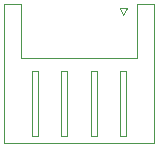
<source format=gbr>
%TF.GenerationSoftware,KiCad,Pcbnew,7.0.9*%
%TF.CreationDate,2025-01-15T21:52:21+09:00*%
%TF.ProjectId,line_main_robot2,6c696e65-5f6d-4616-996e-5f726f626f74,rev?*%
%TF.SameCoordinates,Original*%
%TF.FileFunction,Legend,Bot*%
%TF.FilePolarity,Positive*%
%FSLAX46Y46*%
G04 Gerber Fmt 4.6, Leading zero omitted, Abs format (unit mm)*
G04 Created by KiCad (PCBNEW 7.0.9) date 2025-01-15 21:52:21*
%MOMM*%
%LPD*%
G01*
G04 APERTURE LIST*
%ADD10C,0.120000*%
G04 APERTURE END LIST*
D10*
%TO.C,J9*%
X161396179Y-92729859D02*
X161396179Y-81009859D01*
X161396179Y-81009859D02*
X159976179Y-81009859D01*
X159976179Y-85509859D02*
X155086179Y-85509859D01*
X159976179Y-81009859D02*
X159976179Y-85509859D01*
X159136179Y-81319859D02*
X158536179Y-81319859D01*
X159086179Y-92119859D02*
X158586179Y-92119859D01*
X159086179Y-86619859D02*
X159086179Y-92119859D01*
X158836179Y-81919859D02*
X159136179Y-81319859D01*
X158586179Y-92119859D02*
X158586179Y-86619859D01*
X158586179Y-86619859D02*
X159086179Y-86619859D01*
X158536179Y-81319859D02*
X158836179Y-81919859D01*
X156586179Y-92119859D02*
X156086179Y-92119859D01*
X156586179Y-86619859D02*
X156586179Y-92119859D01*
X156086179Y-92119859D02*
X156086179Y-86619859D01*
X156086179Y-86619859D02*
X156586179Y-86619859D01*
X155086179Y-92729859D02*
X161396179Y-92729859D01*
X155086179Y-92729859D02*
X148776179Y-92729859D01*
X154086179Y-92119859D02*
X153586179Y-92119859D01*
X154086179Y-86619859D02*
X154086179Y-92119859D01*
X153586179Y-92119859D02*
X153586179Y-86619859D01*
X153586179Y-86619859D02*
X154086179Y-86619859D01*
X151586179Y-92119859D02*
X151086179Y-92119859D01*
X151586179Y-86619859D02*
X151586179Y-92119859D01*
X151086179Y-92119859D02*
X151086179Y-86619859D01*
X151086179Y-86619859D02*
X151586179Y-86619859D01*
X150196179Y-85509859D02*
X155086179Y-85509859D01*
X150196179Y-81009859D02*
X150196179Y-85509859D01*
X148776179Y-92729859D02*
X148776179Y-81009859D01*
X148776179Y-81009859D02*
X150196179Y-81009859D01*
%TD*%
M02*

</source>
